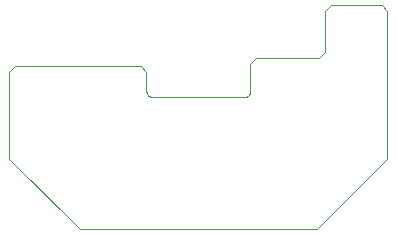
<source format=gko>
G75*
%MOIN*%
%OFA0B0*%
%FSLAX25Y25*%
%IPPOS*%
%LPD*%
%AMOC8*
5,1,8,0,0,1.08239X$1,22.5*
%
%ADD10C,0.00000*%
D10*
X0058874Y0086039D02*
X0137614Y0086039D01*
X0161236Y0109661D01*
X0161236Y0158874D01*
X0159268Y0160843D01*
X0142339Y0160843D01*
X0140370Y0158874D01*
X0140370Y0145094D01*
X0138402Y0143126D01*
X0117535Y0143126D01*
X0115567Y0141157D01*
X0115567Y0132102D01*
X0115565Y0132016D01*
X0115560Y0131930D01*
X0115550Y0131845D01*
X0115537Y0131760D01*
X0115520Y0131676D01*
X0115500Y0131592D01*
X0115476Y0131510D01*
X0115448Y0131429D01*
X0115417Y0131348D01*
X0115383Y0131270D01*
X0115345Y0131193D01*
X0115303Y0131118D01*
X0115259Y0131044D01*
X0115211Y0130973D01*
X0115160Y0130903D01*
X0115106Y0130836D01*
X0115050Y0130772D01*
X0114990Y0130710D01*
X0114928Y0130650D01*
X0114864Y0130594D01*
X0114797Y0130540D01*
X0114727Y0130489D01*
X0114656Y0130441D01*
X0114583Y0130397D01*
X0114507Y0130355D01*
X0114430Y0130317D01*
X0114352Y0130283D01*
X0114271Y0130252D01*
X0114190Y0130224D01*
X0114108Y0130200D01*
X0114024Y0130180D01*
X0113940Y0130163D01*
X0113855Y0130150D01*
X0113770Y0130140D01*
X0113684Y0130135D01*
X0113598Y0130133D01*
X0113598Y0130134D02*
X0082890Y0130134D01*
X0082890Y0130133D02*
X0082804Y0130135D01*
X0082718Y0130140D01*
X0082633Y0130150D01*
X0082548Y0130163D01*
X0082464Y0130180D01*
X0082380Y0130200D01*
X0082298Y0130224D01*
X0082217Y0130252D01*
X0082136Y0130283D01*
X0082058Y0130317D01*
X0081981Y0130355D01*
X0081906Y0130397D01*
X0081832Y0130441D01*
X0081761Y0130489D01*
X0081691Y0130540D01*
X0081624Y0130594D01*
X0081560Y0130650D01*
X0081498Y0130710D01*
X0081438Y0130772D01*
X0081382Y0130836D01*
X0081328Y0130903D01*
X0081277Y0130973D01*
X0081229Y0131044D01*
X0081185Y0131118D01*
X0081143Y0131193D01*
X0081105Y0131270D01*
X0081071Y0131348D01*
X0081040Y0131429D01*
X0081012Y0131510D01*
X0080988Y0131592D01*
X0080968Y0131676D01*
X0080951Y0131760D01*
X0080938Y0131845D01*
X0080928Y0131930D01*
X0080923Y0132016D01*
X0080921Y0132102D01*
X0080921Y0138402D01*
X0078953Y0140370D01*
X0037220Y0140370D01*
X0035252Y0138402D01*
X0035252Y0109661D01*
X0058874Y0086039D01*
M02*

</source>
